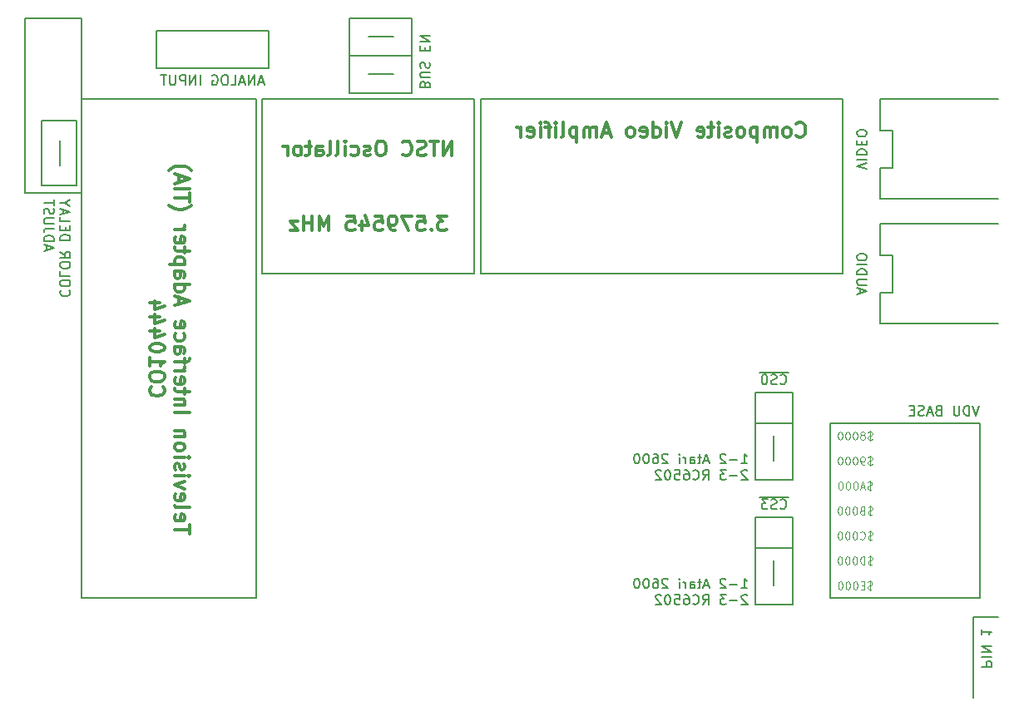
<source format=gbo>
G04 #@! TF.FileFunction,Legend,Bot*
%FSLAX46Y46*%
G04 Gerber Fmt 4.6, Leading zero omitted, Abs format (unit mm)*
G04 Created by KiCad (PCBNEW 4.0.7) date 02/13/19 20:33:04*
%MOMM*%
%LPD*%
G01*
G04 APERTURE LIST*
%ADD10C,0.100000*%
%ADD11C,0.150000*%
%ADD12C,0.200000*%
%ADD13C,0.300000*%
G04 APERTURE END LIST*
D10*
D11*
X150042619Y-140945952D02*
X151042619Y-140945952D01*
X151042619Y-140564999D01*
X150995000Y-140469761D01*
X150947381Y-140422142D01*
X150852143Y-140374523D01*
X150709286Y-140374523D01*
X150614048Y-140422142D01*
X150566429Y-140469761D01*
X150518810Y-140564999D01*
X150518810Y-140945952D01*
X150042619Y-139945952D02*
X151042619Y-139945952D01*
X150042619Y-139469762D02*
X151042619Y-139469762D01*
X150042619Y-138898333D01*
X151042619Y-138898333D01*
X150042619Y-137136428D02*
X150042619Y-137707857D01*
X150042619Y-137422143D02*
X151042619Y-137422143D01*
X150899762Y-137517381D01*
X150804524Y-137612619D01*
X150756905Y-137707857D01*
D12*
X149225000Y-135890000D02*
X151765000Y-135890000D01*
X149225000Y-144145000D02*
X149225000Y-135890000D01*
D13*
X95594284Y-95063571D02*
X94665713Y-95063571D01*
X95165713Y-95635000D01*
X94951427Y-95635000D01*
X94808570Y-95706429D01*
X94737141Y-95777857D01*
X94665713Y-95920714D01*
X94665713Y-96277857D01*
X94737141Y-96420714D01*
X94808570Y-96492143D01*
X94951427Y-96563571D01*
X95379999Y-96563571D01*
X95522856Y-96492143D01*
X95594284Y-96420714D01*
X94022856Y-96420714D02*
X93951428Y-96492143D01*
X94022856Y-96563571D01*
X94094285Y-96492143D01*
X94022856Y-96420714D01*
X94022856Y-96563571D01*
X92594284Y-95063571D02*
X93308570Y-95063571D01*
X93379999Y-95777857D01*
X93308570Y-95706429D01*
X93165713Y-95635000D01*
X92808570Y-95635000D01*
X92665713Y-95706429D01*
X92594284Y-95777857D01*
X92522856Y-95920714D01*
X92522856Y-96277857D01*
X92594284Y-96420714D01*
X92665713Y-96492143D01*
X92808570Y-96563571D01*
X93165713Y-96563571D01*
X93308570Y-96492143D01*
X93379999Y-96420714D01*
X92022856Y-95063571D02*
X91022856Y-95063571D01*
X91665713Y-96563571D01*
X90380000Y-96563571D02*
X90094285Y-96563571D01*
X89951428Y-96492143D01*
X89880000Y-96420714D01*
X89737142Y-96206429D01*
X89665714Y-95920714D01*
X89665714Y-95349286D01*
X89737142Y-95206429D01*
X89808571Y-95135000D01*
X89951428Y-95063571D01*
X90237142Y-95063571D01*
X90380000Y-95135000D01*
X90451428Y-95206429D01*
X90522857Y-95349286D01*
X90522857Y-95706429D01*
X90451428Y-95849286D01*
X90380000Y-95920714D01*
X90237142Y-95992143D01*
X89951428Y-95992143D01*
X89808571Y-95920714D01*
X89737142Y-95849286D01*
X89665714Y-95706429D01*
X88308571Y-95063571D02*
X89022857Y-95063571D01*
X89094286Y-95777857D01*
X89022857Y-95706429D01*
X88880000Y-95635000D01*
X88522857Y-95635000D01*
X88380000Y-95706429D01*
X88308571Y-95777857D01*
X88237143Y-95920714D01*
X88237143Y-96277857D01*
X88308571Y-96420714D01*
X88380000Y-96492143D01*
X88522857Y-96563571D01*
X88880000Y-96563571D01*
X89022857Y-96492143D01*
X89094286Y-96420714D01*
X86951429Y-95563571D02*
X86951429Y-96563571D01*
X87308572Y-94992143D02*
X87665715Y-96063571D01*
X86737143Y-96063571D01*
X85451429Y-95063571D02*
X86165715Y-95063571D01*
X86237144Y-95777857D01*
X86165715Y-95706429D01*
X86022858Y-95635000D01*
X85665715Y-95635000D01*
X85522858Y-95706429D01*
X85451429Y-95777857D01*
X85380001Y-95920714D01*
X85380001Y-96277857D01*
X85451429Y-96420714D01*
X85522858Y-96492143D01*
X85665715Y-96563571D01*
X86022858Y-96563571D01*
X86165715Y-96492143D01*
X86237144Y-96420714D01*
X83594287Y-96563571D02*
X83594287Y-95063571D01*
X83094287Y-96135000D01*
X82594287Y-95063571D01*
X82594287Y-96563571D01*
X81880001Y-96563571D02*
X81880001Y-95063571D01*
X81880001Y-95777857D02*
X81022858Y-95777857D01*
X81022858Y-96563571D02*
X81022858Y-95063571D01*
X80451429Y-95563571D02*
X79665715Y-95563571D01*
X80451429Y-96563571D01*
X79665715Y-96563571D01*
X96094285Y-88943571D02*
X96094285Y-87443571D01*
X95237142Y-88943571D01*
X95237142Y-87443571D01*
X94737142Y-87443571D02*
X93879999Y-87443571D01*
X94308570Y-88943571D02*
X94308570Y-87443571D01*
X93451428Y-88872143D02*
X93237142Y-88943571D01*
X92879999Y-88943571D01*
X92737142Y-88872143D01*
X92665713Y-88800714D01*
X92594285Y-88657857D01*
X92594285Y-88515000D01*
X92665713Y-88372143D01*
X92737142Y-88300714D01*
X92879999Y-88229286D01*
X93165713Y-88157857D01*
X93308571Y-88086429D01*
X93379999Y-88015000D01*
X93451428Y-87872143D01*
X93451428Y-87729286D01*
X93379999Y-87586429D01*
X93308571Y-87515000D01*
X93165713Y-87443571D01*
X92808571Y-87443571D01*
X92594285Y-87515000D01*
X91094285Y-88800714D02*
X91165714Y-88872143D01*
X91380000Y-88943571D01*
X91522857Y-88943571D01*
X91737142Y-88872143D01*
X91880000Y-88729286D01*
X91951428Y-88586429D01*
X92022857Y-88300714D01*
X92022857Y-88086429D01*
X91951428Y-87800714D01*
X91880000Y-87657857D01*
X91737142Y-87515000D01*
X91522857Y-87443571D01*
X91380000Y-87443571D01*
X91165714Y-87515000D01*
X91094285Y-87586429D01*
X89022857Y-87443571D02*
X88737143Y-87443571D01*
X88594285Y-87515000D01*
X88451428Y-87657857D01*
X88380000Y-87943571D01*
X88380000Y-88443571D01*
X88451428Y-88729286D01*
X88594285Y-88872143D01*
X88737143Y-88943571D01*
X89022857Y-88943571D01*
X89165714Y-88872143D01*
X89308571Y-88729286D01*
X89380000Y-88443571D01*
X89380000Y-87943571D01*
X89308571Y-87657857D01*
X89165714Y-87515000D01*
X89022857Y-87443571D01*
X87808571Y-88872143D02*
X87665714Y-88943571D01*
X87379999Y-88943571D01*
X87237142Y-88872143D01*
X87165714Y-88729286D01*
X87165714Y-88657857D01*
X87237142Y-88515000D01*
X87379999Y-88443571D01*
X87594285Y-88443571D01*
X87737142Y-88372143D01*
X87808571Y-88229286D01*
X87808571Y-88157857D01*
X87737142Y-88015000D01*
X87594285Y-87943571D01*
X87379999Y-87943571D01*
X87237142Y-88015000D01*
X85879999Y-88872143D02*
X86022856Y-88943571D01*
X86308570Y-88943571D01*
X86451428Y-88872143D01*
X86522856Y-88800714D01*
X86594285Y-88657857D01*
X86594285Y-88229286D01*
X86522856Y-88086429D01*
X86451428Y-88015000D01*
X86308570Y-87943571D01*
X86022856Y-87943571D01*
X85879999Y-88015000D01*
X85237142Y-88943571D02*
X85237142Y-87943571D01*
X85237142Y-87443571D02*
X85308571Y-87515000D01*
X85237142Y-87586429D01*
X85165714Y-87515000D01*
X85237142Y-87443571D01*
X85237142Y-87586429D01*
X84308570Y-88943571D02*
X84451428Y-88872143D01*
X84522856Y-88729286D01*
X84522856Y-87443571D01*
X83522856Y-88943571D02*
X83665714Y-88872143D01*
X83737142Y-88729286D01*
X83737142Y-87443571D01*
X82308571Y-88943571D02*
X82308571Y-88157857D01*
X82380000Y-88015000D01*
X82522857Y-87943571D01*
X82808571Y-87943571D01*
X82951428Y-88015000D01*
X82308571Y-88872143D02*
X82451428Y-88943571D01*
X82808571Y-88943571D01*
X82951428Y-88872143D01*
X83022857Y-88729286D01*
X83022857Y-88586429D01*
X82951428Y-88443571D01*
X82808571Y-88372143D01*
X82451428Y-88372143D01*
X82308571Y-88300714D01*
X81808571Y-87943571D02*
X81237142Y-87943571D01*
X81594285Y-87443571D02*
X81594285Y-88729286D01*
X81522857Y-88872143D01*
X81379999Y-88943571D01*
X81237142Y-88943571D01*
X80522856Y-88943571D02*
X80665714Y-88872143D01*
X80737142Y-88800714D01*
X80808571Y-88657857D01*
X80808571Y-88229286D01*
X80737142Y-88086429D01*
X80665714Y-88015000D01*
X80522856Y-87943571D01*
X80308571Y-87943571D01*
X80165714Y-88015000D01*
X80094285Y-88086429D01*
X80022856Y-88229286D01*
X80022856Y-88657857D01*
X80094285Y-88800714D01*
X80165714Y-88872143D01*
X80308571Y-88943571D01*
X80522856Y-88943571D01*
X79379999Y-88943571D02*
X79379999Y-87943571D01*
X79379999Y-88229286D02*
X79308571Y-88086429D01*
X79237142Y-88015000D01*
X79094285Y-87943571D01*
X78951428Y-87943571D01*
D12*
X98425000Y-100965000D02*
X98425000Y-83185000D01*
X76835000Y-100965000D02*
X98425000Y-100965000D01*
X76835000Y-83185000D02*
X76835000Y-100965000D01*
X98425000Y-83185000D02*
X76835000Y-83185000D01*
X139700000Y-86360000D02*
X139700000Y-83185000D01*
X140970000Y-86360000D02*
X139700000Y-86360000D01*
X140970000Y-90170000D02*
X140970000Y-86360000D01*
X139700000Y-90170000D02*
X140970000Y-90170000D01*
X139700000Y-93345000D02*
X139700000Y-90170000D01*
X139700000Y-99060000D02*
X139700000Y-95885000D01*
X140970000Y-99060000D02*
X139700000Y-99060000D01*
X140970000Y-102870000D02*
X140970000Y-99060000D01*
X139700000Y-102870000D02*
X140970000Y-102870000D01*
X139700000Y-106045000D02*
X139700000Y-102870000D01*
X139700000Y-106045000D02*
X151765000Y-106045000D01*
X139700000Y-95885000D02*
X151765000Y-95885000D01*
X139700000Y-93345000D02*
X151765000Y-93345000D01*
X139700000Y-83185000D02*
X151765000Y-83185000D01*
D13*
X131189285Y-86895714D02*
X131260714Y-86967143D01*
X131475000Y-87038571D01*
X131617857Y-87038571D01*
X131832142Y-86967143D01*
X131975000Y-86824286D01*
X132046428Y-86681429D01*
X132117857Y-86395714D01*
X132117857Y-86181429D01*
X132046428Y-85895714D01*
X131975000Y-85752857D01*
X131832142Y-85610000D01*
X131617857Y-85538571D01*
X131475000Y-85538571D01*
X131260714Y-85610000D01*
X131189285Y-85681429D01*
X130332142Y-87038571D02*
X130475000Y-86967143D01*
X130546428Y-86895714D01*
X130617857Y-86752857D01*
X130617857Y-86324286D01*
X130546428Y-86181429D01*
X130475000Y-86110000D01*
X130332142Y-86038571D01*
X130117857Y-86038571D01*
X129975000Y-86110000D01*
X129903571Y-86181429D01*
X129832142Y-86324286D01*
X129832142Y-86752857D01*
X129903571Y-86895714D01*
X129975000Y-86967143D01*
X130117857Y-87038571D01*
X130332142Y-87038571D01*
X129189285Y-87038571D02*
X129189285Y-86038571D01*
X129189285Y-86181429D02*
X129117857Y-86110000D01*
X128974999Y-86038571D01*
X128760714Y-86038571D01*
X128617857Y-86110000D01*
X128546428Y-86252857D01*
X128546428Y-87038571D01*
X128546428Y-86252857D02*
X128474999Y-86110000D01*
X128332142Y-86038571D01*
X128117857Y-86038571D01*
X127974999Y-86110000D01*
X127903571Y-86252857D01*
X127903571Y-87038571D01*
X127189285Y-86038571D02*
X127189285Y-87538571D01*
X127189285Y-86110000D02*
X127046428Y-86038571D01*
X126760714Y-86038571D01*
X126617857Y-86110000D01*
X126546428Y-86181429D01*
X126474999Y-86324286D01*
X126474999Y-86752857D01*
X126546428Y-86895714D01*
X126617857Y-86967143D01*
X126760714Y-87038571D01*
X127046428Y-87038571D01*
X127189285Y-86967143D01*
X125617856Y-87038571D02*
X125760714Y-86967143D01*
X125832142Y-86895714D01*
X125903571Y-86752857D01*
X125903571Y-86324286D01*
X125832142Y-86181429D01*
X125760714Y-86110000D01*
X125617856Y-86038571D01*
X125403571Y-86038571D01*
X125260714Y-86110000D01*
X125189285Y-86181429D01*
X125117856Y-86324286D01*
X125117856Y-86752857D01*
X125189285Y-86895714D01*
X125260714Y-86967143D01*
X125403571Y-87038571D01*
X125617856Y-87038571D01*
X124546428Y-86967143D02*
X124403571Y-87038571D01*
X124117856Y-87038571D01*
X123974999Y-86967143D01*
X123903571Y-86824286D01*
X123903571Y-86752857D01*
X123974999Y-86610000D01*
X124117856Y-86538571D01*
X124332142Y-86538571D01*
X124474999Y-86467143D01*
X124546428Y-86324286D01*
X124546428Y-86252857D01*
X124474999Y-86110000D01*
X124332142Y-86038571D01*
X124117856Y-86038571D01*
X123974999Y-86110000D01*
X123260713Y-87038571D02*
X123260713Y-86038571D01*
X123260713Y-85538571D02*
X123332142Y-85610000D01*
X123260713Y-85681429D01*
X123189285Y-85610000D01*
X123260713Y-85538571D01*
X123260713Y-85681429D01*
X122760713Y-86038571D02*
X122189284Y-86038571D01*
X122546427Y-85538571D02*
X122546427Y-86824286D01*
X122474999Y-86967143D01*
X122332141Y-87038571D01*
X122189284Y-87038571D01*
X121117856Y-86967143D02*
X121260713Y-87038571D01*
X121546427Y-87038571D01*
X121689284Y-86967143D01*
X121760713Y-86824286D01*
X121760713Y-86252857D01*
X121689284Y-86110000D01*
X121546427Y-86038571D01*
X121260713Y-86038571D01*
X121117856Y-86110000D01*
X121046427Y-86252857D01*
X121046427Y-86395714D01*
X121760713Y-86538571D01*
X119474999Y-85538571D02*
X118974999Y-87038571D01*
X118474999Y-85538571D01*
X117974999Y-87038571D02*
X117974999Y-86038571D01*
X117974999Y-85538571D02*
X118046428Y-85610000D01*
X117974999Y-85681429D01*
X117903571Y-85610000D01*
X117974999Y-85538571D01*
X117974999Y-85681429D01*
X116617856Y-87038571D02*
X116617856Y-85538571D01*
X116617856Y-86967143D02*
X116760713Y-87038571D01*
X117046427Y-87038571D01*
X117189285Y-86967143D01*
X117260713Y-86895714D01*
X117332142Y-86752857D01*
X117332142Y-86324286D01*
X117260713Y-86181429D01*
X117189285Y-86110000D01*
X117046427Y-86038571D01*
X116760713Y-86038571D01*
X116617856Y-86110000D01*
X115332142Y-86967143D02*
X115474999Y-87038571D01*
X115760713Y-87038571D01*
X115903570Y-86967143D01*
X115974999Y-86824286D01*
X115974999Y-86252857D01*
X115903570Y-86110000D01*
X115760713Y-86038571D01*
X115474999Y-86038571D01*
X115332142Y-86110000D01*
X115260713Y-86252857D01*
X115260713Y-86395714D01*
X115974999Y-86538571D01*
X114403570Y-87038571D02*
X114546428Y-86967143D01*
X114617856Y-86895714D01*
X114689285Y-86752857D01*
X114689285Y-86324286D01*
X114617856Y-86181429D01*
X114546428Y-86110000D01*
X114403570Y-86038571D01*
X114189285Y-86038571D01*
X114046428Y-86110000D01*
X113974999Y-86181429D01*
X113903570Y-86324286D01*
X113903570Y-86752857D01*
X113974999Y-86895714D01*
X114046428Y-86967143D01*
X114189285Y-87038571D01*
X114403570Y-87038571D01*
X112189285Y-86610000D02*
X111474999Y-86610000D01*
X112332142Y-87038571D02*
X111832142Y-85538571D01*
X111332142Y-87038571D01*
X110832142Y-87038571D02*
X110832142Y-86038571D01*
X110832142Y-86181429D02*
X110760714Y-86110000D01*
X110617856Y-86038571D01*
X110403571Y-86038571D01*
X110260714Y-86110000D01*
X110189285Y-86252857D01*
X110189285Y-87038571D01*
X110189285Y-86252857D02*
X110117856Y-86110000D01*
X109974999Y-86038571D01*
X109760714Y-86038571D01*
X109617856Y-86110000D01*
X109546428Y-86252857D01*
X109546428Y-87038571D01*
X108832142Y-86038571D02*
X108832142Y-87538571D01*
X108832142Y-86110000D02*
X108689285Y-86038571D01*
X108403571Y-86038571D01*
X108260714Y-86110000D01*
X108189285Y-86181429D01*
X108117856Y-86324286D01*
X108117856Y-86752857D01*
X108189285Y-86895714D01*
X108260714Y-86967143D01*
X108403571Y-87038571D01*
X108689285Y-87038571D01*
X108832142Y-86967143D01*
X107260713Y-87038571D02*
X107403571Y-86967143D01*
X107474999Y-86824286D01*
X107474999Y-85538571D01*
X106689285Y-87038571D02*
X106689285Y-86038571D01*
X106689285Y-85538571D02*
X106760714Y-85610000D01*
X106689285Y-85681429D01*
X106617857Y-85610000D01*
X106689285Y-85538571D01*
X106689285Y-85681429D01*
X106189285Y-86038571D02*
X105617856Y-86038571D01*
X105974999Y-87038571D02*
X105974999Y-85752857D01*
X105903571Y-85610000D01*
X105760713Y-85538571D01*
X105617856Y-85538571D01*
X105117856Y-87038571D02*
X105117856Y-86038571D01*
X105117856Y-85538571D02*
X105189285Y-85610000D01*
X105117856Y-85681429D01*
X105046428Y-85610000D01*
X105117856Y-85538571D01*
X105117856Y-85681429D01*
X103832142Y-86967143D02*
X103974999Y-87038571D01*
X104260713Y-87038571D01*
X104403570Y-86967143D01*
X104474999Y-86824286D01*
X104474999Y-86252857D01*
X104403570Y-86110000D01*
X104260713Y-86038571D01*
X103974999Y-86038571D01*
X103832142Y-86110000D01*
X103760713Y-86252857D01*
X103760713Y-86395714D01*
X104474999Y-86538571D01*
X103117856Y-87038571D02*
X103117856Y-86038571D01*
X103117856Y-86324286D02*
X103046428Y-86181429D01*
X102974999Y-86110000D01*
X102832142Y-86038571D01*
X102689285Y-86038571D01*
D12*
X99060000Y-100965000D02*
X135890000Y-100965000D01*
X99060000Y-83185000D02*
X99060000Y-100965000D01*
X135890000Y-83185000D02*
X99060000Y-83185000D01*
X135890000Y-100965000D02*
X135890000Y-83185000D01*
D11*
X138342619Y-90312619D02*
X137342619Y-89979286D01*
X138342619Y-89645952D01*
X137342619Y-89312619D02*
X138342619Y-89312619D01*
X137342619Y-88836429D02*
X138342619Y-88836429D01*
X138342619Y-88598334D01*
X138295000Y-88455476D01*
X138199762Y-88360238D01*
X138104524Y-88312619D01*
X137914048Y-88265000D01*
X137771190Y-88265000D01*
X137580714Y-88312619D01*
X137485476Y-88360238D01*
X137390238Y-88455476D01*
X137342619Y-88598334D01*
X137342619Y-88836429D01*
X137866429Y-87836429D02*
X137866429Y-87503095D01*
X137342619Y-87360238D02*
X137342619Y-87836429D01*
X138342619Y-87836429D01*
X138342619Y-87360238D01*
X138342619Y-86741191D02*
X138342619Y-86550714D01*
X138295000Y-86455476D01*
X138199762Y-86360238D01*
X138009286Y-86312619D01*
X137675952Y-86312619D01*
X137485476Y-86360238D01*
X137390238Y-86455476D01*
X137342619Y-86550714D01*
X137342619Y-86741191D01*
X137390238Y-86836429D01*
X137485476Y-86931667D01*
X137675952Y-86979286D01*
X138009286Y-86979286D01*
X138199762Y-86931667D01*
X138295000Y-86836429D01*
X138342619Y-86741191D01*
X137628333Y-102988809D02*
X137628333Y-102512618D01*
X137342619Y-103084047D02*
X138342619Y-102750714D01*
X137342619Y-102417380D01*
X138342619Y-102084047D02*
X137533095Y-102084047D01*
X137437857Y-102036428D01*
X137390238Y-101988809D01*
X137342619Y-101893571D01*
X137342619Y-101703094D01*
X137390238Y-101607856D01*
X137437857Y-101560237D01*
X137533095Y-101512618D01*
X138342619Y-101512618D01*
X137342619Y-101036428D02*
X138342619Y-101036428D01*
X138342619Y-100798333D01*
X138295000Y-100655475D01*
X138199762Y-100560237D01*
X138104524Y-100512618D01*
X137914048Y-100464999D01*
X137771190Y-100464999D01*
X137580714Y-100512618D01*
X137485476Y-100560237D01*
X137390238Y-100655475D01*
X137342619Y-100798333D01*
X137342619Y-101036428D01*
X137342619Y-100036428D02*
X138342619Y-100036428D01*
X138342619Y-99369762D02*
X138342619Y-99179285D01*
X138295000Y-99084047D01*
X138199762Y-98988809D01*
X138009286Y-98941190D01*
X137675952Y-98941190D01*
X137485476Y-98988809D01*
X137390238Y-99084047D01*
X137342619Y-99179285D01*
X137342619Y-99369762D01*
X137390238Y-99465000D01*
X137485476Y-99560238D01*
X137675952Y-99607857D01*
X138009286Y-99607857D01*
X138199762Y-99560238D01*
X138295000Y-99465000D01*
X138342619Y-99369762D01*
D13*
X69406429Y-127406428D02*
X69406429Y-126549285D01*
X67906429Y-126977856D02*
X69406429Y-126977856D01*
X67977857Y-125477857D02*
X67906429Y-125620714D01*
X67906429Y-125906428D01*
X67977857Y-126049285D01*
X68120714Y-126120714D01*
X68692143Y-126120714D01*
X68835000Y-126049285D01*
X68906429Y-125906428D01*
X68906429Y-125620714D01*
X68835000Y-125477857D01*
X68692143Y-125406428D01*
X68549286Y-125406428D01*
X68406429Y-126120714D01*
X67906429Y-124549285D02*
X67977857Y-124692143D01*
X68120714Y-124763571D01*
X69406429Y-124763571D01*
X67977857Y-123406429D02*
X67906429Y-123549286D01*
X67906429Y-123835000D01*
X67977857Y-123977857D01*
X68120714Y-124049286D01*
X68692143Y-124049286D01*
X68835000Y-123977857D01*
X68906429Y-123835000D01*
X68906429Y-123549286D01*
X68835000Y-123406429D01*
X68692143Y-123335000D01*
X68549286Y-123335000D01*
X68406429Y-124049286D01*
X68906429Y-122835000D02*
X67906429Y-122477857D01*
X68906429Y-122120715D01*
X67906429Y-121549286D02*
X68906429Y-121549286D01*
X69406429Y-121549286D02*
X69335000Y-121620715D01*
X69263571Y-121549286D01*
X69335000Y-121477858D01*
X69406429Y-121549286D01*
X69263571Y-121549286D01*
X67977857Y-120906429D02*
X67906429Y-120763572D01*
X67906429Y-120477857D01*
X67977857Y-120335000D01*
X68120714Y-120263572D01*
X68192143Y-120263572D01*
X68335000Y-120335000D01*
X68406429Y-120477857D01*
X68406429Y-120692143D01*
X68477857Y-120835000D01*
X68620714Y-120906429D01*
X68692143Y-120906429D01*
X68835000Y-120835000D01*
X68906429Y-120692143D01*
X68906429Y-120477857D01*
X68835000Y-120335000D01*
X67906429Y-119620714D02*
X68906429Y-119620714D01*
X69406429Y-119620714D02*
X69335000Y-119692143D01*
X69263571Y-119620714D01*
X69335000Y-119549286D01*
X69406429Y-119620714D01*
X69263571Y-119620714D01*
X67906429Y-118692142D02*
X67977857Y-118835000D01*
X68049286Y-118906428D01*
X68192143Y-118977857D01*
X68620714Y-118977857D01*
X68763571Y-118906428D01*
X68835000Y-118835000D01*
X68906429Y-118692142D01*
X68906429Y-118477857D01*
X68835000Y-118335000D01*
X68763571Y-118263571D01*
X68620714Y-118192142D01*
X68192143Y-118192142D01*
X68049286Y-118263571D01*
X67977857Y-118335000D01*
X67906429Y-118477857D01*
X67906429Y-118692142D01*
X68906429Y-117549285D02*
X67906429Y-117549285D01*
X68763571Y-117549285D02*
X68835000Y-117477857D01*
X68906429Y-117334999D01*
X68906429Y-117120714D01*
X68835000Y-116977857D01*
X68692143Y-116906428D01*
X67906429Y-116906428D01*
X67906429Y-115049285D02*
X69406429Y-115049285D01*
X68906429Y-114334999D02*
X67906429Y-114334999D01*
X68763571Y-114334999D02*
X68835000Y-114263571D01*
X68906429Y-114120713D01*
X68906429Y-113906428D01*
X68835000Y-113763571D01*
X68692143Y-113692142D01*
X67906429Y-113692142D01*
X68906429Y-113192142D02*
X68906429Y-112620713D01*
X69406429Y-112977856D02*
X68120714Y-112977856D01*
X67977857Y-112906428D01*
X67906429Y-112763570D01*
X67906429Y-112620713D01*
X67977857Y-111549285D02*
X67906429Y-111692142D01*
X67906429Y-111977856D01*
X67977857Y-112120713D01*
X68120714Y-112192142D01*
X68692143Y-112192142D01*
X68835000Y-112120713D01*
X68906429Y-111977856D01*
X68906429Y-111692142D01*
X68835000Y-111549285D01*
X68692143Y-111477856D01*
X68549286Y-111477856D01*
X68406429Y-112192142D01*
X67906429Y-110834999D02*
X68906429Y-110834999D01*
X68620714Y-110834999D02*
X68763571Y-110763571D01*
X68835000Y-110692142D01*
X68906429Y-110549285D01*
X68906429Y-110406428D01*
X68906429Y-110120714D02*
X68906429Y-109549285D01*
X67906429Y-109906428D02*
X69192143Y-109906428D01*
X69335000Y-109835000D01*
X69406429Y-109692142D01*
X69406429Y-109549285D01*
X67906429Y-108406428D02*
X68692143Y-108406428D01*
X68835000Y-108477857D01*
X68906429Y-108620714D01*
X68906429Y-108906428D01*
X68835000Y-109049285D01*
X67977857Y-108406428D02*
X67906429Y-108549285D01*
X67906429Y-108906428D01*
X67977857Y-109049285D01*
X68120714Y-109120714D01*
X68263571Y-109120714D01*
X68406429Y-109049285D01*
X68477857Y-108906428D01*
X68477857Y-108549285D01*
X68549286Y-108406428D01*
X67977857Y-107049285D02*
X67906429Y-107192142D01*
X67906429Y-107477856D01*
X67977857Y-107620714D01*
X68049286Y-107692142D01*
X68192143Y-107763571D01*
X68620714Y-107763571D01*
X68763571Y-107692142D01*
X68835000Y-107620714D01*
X68906429Y-107477856D01*
X68906429Y-107192142D01*
X68835000Y-107049285D01*
X67977857Y-105835000D02*
X67906429Y-105977857D01*
X67906429Y-106263571D01*
X67977857Y-106406428D01*
X68120714Y-106477857D01*
X68692143Y-106477857D01*
X68835000Y-106406428D01*
X68906429Y-106263571D01*
X68906429Y-105977857D01*
X68835000Y-105835000D01*
X68692143Y-105763571D01*
X68549286Y-105763571D01*
X68406429Y-106477857D01*
X68335000Y-104049286D02*
X68335000Y-103335000D01*
X67906429Y-104192143D02*
X69406429Y-103692143D01*
X67906429Y-103192143D01*
X67906429Y-102049286D02*
X69406429Y-102049286D01*
X67977857Y-102049286D02*
X67906429Y-102192143D01*
X67906429Y-102477857D01*
X67977857Y-102620715D01*
X68049286Y-102692143D01*
X68192143Y-102763572D01*
X68620714Y-102763572D01*
X68763571Y-102692143D01*
X68835000Y-102620715D01*
X68906429Y-102477857D01*
X68906429Y-102192143D01*
X68835000Y-102049286D01*
X67906429Y-100692143D02*
X68692143Y-100692143D01*
X68835000Y-100763572D01*
X68906429Y-100906429D01*
X68906429Y-101192143D01*
X68835000Y-101335000D01*
X67977857Y-100692143D02*
X67906429Y-100835000D01*
X67906429Y-101192143D01*
X67977857Y-101335000D01*
X68120714Y-101406429D01*
X68263571Y-101406429D01*
X68406429Y-101335000D01*
X68477857Y-101192143D01*
X68477857Y-100835000D01*
X68549286Y-100692143D01*
X68906429Y-99977857D02*
X67406429Y-99977857D01*
X68835000Y-99977857D02*
X68906429Y-99835000D01*
X68906429Y-99549286D01*
X68835000Y-99406429D01*
X68763571Y-99335000D01*
X68620714Y-99263571D01*
X68192143Y-99263571D01*
X68049286Y-99335000D01*
X67977857Y-99406429D01*
X67906429Y-99549286D01*
X67906429Y-99835000D01*
X67977857Y-99977857D01*
X68906429Y-98835000D02*
X68906429Y-98263571D01*
X69406429Y-98620714D02*
X68120714Y-98620714D01*
X67977857Y-98549286D01*
X67906429Y-98406428D01*
X67906429Y-98263571D01*
X67977857Y-97192143D02*
X67906429Y-97335000D01*
X67906429Y-97620714D01*
X67977857Y-97763571D01*
X68120714Y-97835000D01*
X68692143Y-97835000D01*
X68835000Y-97763571D01*
X68906429Y-97620714D01*
X68906429Y-97335000D01*
X68835000Y-97192143D01*
X68692143Y-97120714D01*
X68549286Y-97120714D01*
X68406429Y-97835000D01*
X67906429Y-96477857D02*
X68906429Y-96477857D01*
X68620714Y-96477857D02*
X68763571Y-96406429D01*
X68835000Y-96335000D01*
X68906429Y-96192143D01*
X68906429Y-96049286D01*
X67335000Y-93977858D02*
X67406429Y-94049286D01*
X67620714Y-94192143D01*
X67763571Y-94263572D01*
X67977857Y-94335001D01*
X68335000Y-94406429D01*
X68620714Y-94406429D01*
X68977857Y-94335001D01*
X69192143Y-94263572D01*
X69335000Y-94192143D01*
X69549286Y-94049286D01*
X69620714Y-93977858D01*
X69406429Y-93620715D02*
X69406429Y-92763572D01*
X67906429Y-93192143D02*
X69406429Y-93192143D01*
X67906429Y-92263572D02*
X69406429Y-92263572D01*
X68335000Y-91620715D02*
X68335000Y-90906429D01*
X67906429Y-91763572D02*
X69406429Y-91263572D01*
X67906429Y-90763572D01*
X67335000Y-90406429D02*
X67406429Y-90335001D01*
X67620714Y-90192144D01*
X67763571Y-90120715D01*
X67977857Y-90049286D01*
X68335000Y-89977858D01*
X68620714Y-89977858D01*
X68977857Y-90049286D01*
X69192143Y-90120715D01*
X69335000Y-90192144D01*
X69549286Y-90335001D01*
X69620714Y-90406429D01*
X65499286Y-112477856D02*
X65427857Y-112549285D01*
X65356429Y-112763571D01*
X65356429Y-112906428D01*
X65427857Y-113120713D01*
X65570714Y-113263571D01*
X65713571Y-113334999D01*
X65999286Y-113406428D01*
X66213571Y-113406428D01*
X66499286Y-113334999D01*
X66642143Y-113263571D01*
X66785000Y-113120713D01*
X66856429Y-112906428D01*
X66856429Y-112763571D01*
X66785000Y-112549285D01*
X66713571Y-112477856D01*
X66856429Y-111549285D02*
X66856429Y-111263571D01*
X66785000Y-111120713D01*
X66642143Y-110977856D01*
X66356429Y-110906428D01*
X65856429Y-110906428D01*
X65570714Y-110977856D01*
X65427857Y-111120713D01*
X65356429Y-111263571D01*
X65356429Y-111549285D01*
X65427857Y-111692142D01*
X65570714Y-111834999D01*
X65856429Y-111906428D01*
X66356429Y-111906428D01*
X66642143Y-111834999D01*
X66785000Y-111692142D01*
X66856429Y-111549285D01*
X65356429Y-109477856D02*
X65356429Y-110334999D01*
X65356429Y-109906427D02*
X66856429Y-109906427D01*
X66642143Y-110049284D01*
X66499286Y-110192142D01*
X66427857Y-110334999D01*
X66856429Y-108549285D02*
X66856429Y-108406428D01*
X66785000Y-108263571D01*
X66713571Y-108192142D01*
X66570714Y-108120713D01*
X66285000Y-108049285D01*
X65927857Y-108049285D01*
X65642143Y-108120713D01*
X65499286Y-108192142D01*
X65427857Y-108263571D01*
X65356429Y-108406428D01*
X65356429Y-108549285D01*
X65427857Y-108692142D01*
X65499286Y-108763571D01*
X65642143Y-108834999D01*
X65927857Y-108906428D01*
X66285000Y-108906428D01*
X66570714Y-108834999D01*
X66713571Y-108763571D01*
X66785000Y-108692142D01*
X66856429Y-108549285D01*
X66356429Y-106763571D02*
X65356429Y-106763571D01*
X66927857Y-107120714D02*
X65856429Y-107477857D01*
X65856429Y-106549285D01*
X66356429Y-105335000D02*
X65356429Y-105335000D01*
X66927857Y-105692143D02*
X65856429Y-106049286D01*
X65856429Y-105120714D01*
X66356429Y-103906429D02*
X65356429Y-103906429D01*
X66927857Y-104263572D02*
X65856429Y-104620715D01*
X65856429Y-103692143D01*
D12*
X76200000Y-83185000D02*
X58420000Y-83185000D01*
X76200000Y-133985000D02*
X76200000Y-83185000D01*
X58420000Y-133985000D02*
X76200000Y-133985000D01*
X58420000Y-83185000D02*
X58420000Y-133985000D01*
D11*
X93416429Y-81660714D02*
X93368810Y-81517857D01*
X93321190Y-81470238D01*
X93225952Y-81422619D01*
X93083095Y-81422619D01*
X92987857Y-81470238D01*
X92940238Y-81517857D01*
X92892619Y-81613095D01*
X92892619Y-81994048D01*
X93892619Y-81994048D01*
X93892619Y-81660714D01*
X93845000Y-81565476D01*
X93797381Y-81517857D01*
X93702143Y-81470238D01*
X93606905Y-81470238D01*
X93511667Y-81517857D01*
X93464048Y-81565476D01*
X93416429Y-81660714D01*
X93416429Y-81994048D01*
X93892619Y-80994048D02*
X93083095Y-80994048D01*
X92987857Y-80946429D01*
X92940238Y-80898810D01*
X92892619Y-80803572D01*
X92892619Y-80613095D01*
X92940238Y-80517857D01*
X92987857Y-80470238D01*
X93083095Y-80422619D01*
X93892619Y-80422619D01*
X92940238Y-79994048D02*
X92892619Y-79851191D01*
X92892619Y-79613095D01*
X92940238Y-79517857D01*
X92987857Y-79470238D01*
X93083095Y-79422619D01*
X93178333Y-79422619D01*
X93273571Y-79470238D01*
X93321190Y-79517857D01*
X93368810Y-79613095D01*
X93416429Y-79803572D01*
X93464048Y-79898810D01*
X93511667Y-79946429D01*
X93606905Y-79994048D01*
X93702143Y-79994048D01*
X93797381Y-79946429D01*
X93845000Y-79898810D01*
X93892619Y-79803572D01*
X93892619Y-79565476D01*
X93845000Y-79422619D01*
X93416429Y-78232143D02*
X93416429Y-77898809D01*
X92892619Y-77755952D02*
X92892619Y-78232143D01*
X93892619Y-78232143D01*
X93892619Y-77755952D01*
X92892619Y-77327381D02*
X93892619Y-77327381D01*
X92892619Y-76755952D01*
X93892619Y-76755952D01*
D12*
X87630000Y-80645000D02*
X90170000Y-80645000D01*
X87630000Y-76835000D02*
X90170000Y-76835000D01*
X92075000Y-82550000D02*
X92075000Y-78740000D01*
X85725000Y-82550000D02*
X92075000Y-82550000D01*
X85725000Y-78740000D02*
X85725000Y-82550000D01*
X85725000Y-78740000D02*
X85725000Y-74930000D01*
X92075000Y-78740000D02*
X85725000Y-78740000D01*
X92075000Y-74930000D02*
X92075000Y-78740000D01*
X85725000Y-74930000D02*
X92075000Y-74930000D01*
D11*
X56347857Y-102630715D02*
X56300238Y-102678334D01*
X56252619Y-102821191D01*
X56252619Y-102916429D01*
X56300238Y-103059287D01*
X56395476Y-103154525D01*
X56490714Y-103202144D01*
X56681190Y-103249763D01*
X56824048Y-103249763D01*
X57014524Y-103202144D01*
X57109762Y-103154525D01*
X57205000Y-103059287D01*
X57252619Y-102916429D01*
X57252619Y-102821191D01*
X57205000Y-102678334D01*
X57157381Y-102630715D01*
X57252619Y-102011668D02*
X57252619Y-101821191D01*
X57205000Y-101725953D01*
X57109762Y-101630715D01*
X56919286Y-101583096D01*
X56585952Y-101583096D01*
X56395476Y-101630715D01*
X56300238Y-101725953D01*
X56252619Y-101821191D01*
X56252619Y-102011668D01*
X56300238Y-102106906D01*
X56395476Y-102202144D01*
X56585952Y-102249763D01*
X56919286Y-102249763D01*
X57109762Y-102202144D01*
X57205000Y-102106906D01*
X57252619Y-102011668D01*
X56252619Y-100678334D02*
X56252619Y-101154525D01*
X57252619Y-101154525D01*
X57252619Y-100154525D02*
X57252619Y-99964048D01*
X57205000Y-99868810D01*
X57109762Y-99773572D01*
X56919286Y-99725953D01*
X56585952Y-99725953D01*
X56395476Y-99773572D01*
X56300238Y-99868810D01*
X56252619Y-99964048D01*
X56252619Y-100154525D01*
X56300238Y-100249763D01*
X56395476Y-100345001D01*
X56585952Y-100392620D01*
X56919286Y-100392620D01*
X57109762Y-100345001D01*
X57205000Y-100249763D01*
X57252619Y-100154525D01*
X56252619Y-98725953D02*
X56728810Y-99059287D01*
X56252619Y-99297382D02*
X57252619Y-99297382D01*
X57252619Y-98916429D01*
X57205000Y-98821191D01*
X57157381Y-98773572D01*
X57062143Y-98725953D01*
X56919286Y-98725953D01*
X56824048Y-98773572D01*
X56776429Y-98821191D01*
X56728810Y-98916429D01*
X56728810Y-99297382D01*
X56252619Y-97535477D02*
X57252619Y-97535477D01*
X57252619Y-97297382D01*
X57205000Y-97154524D01*
X57109762Y-97059286D01*
X57014524Y-97011667D01*
X56824048Y-96964048D01*
X56681190Y-96964048D01*
X56490714Y-97011667D01*
X56395476Y-97059286D01*
X56300238Y-97154524D01*
X56252619Y-97297382D01*
X56252619Y-97535477D01*
X56776429Y-96535477D02*
X56776429Y-96202143D01*
X56252619Y-96059286D02*
X56252619Y-96535477D01*
X57252619Y-96535477D01*
X57252619Y-96059286D01*
X56252619Y-95154524D02*
X56252619Y-95630715D01*
X57252619Y-95630715D01*
X56538333Y-94868810D02*
X56538333Y-94392619D01*
X56252619Y-94964048D02*
X57252619Y-94630715D01*
X56252619Y-94297381D01*
X56728810Y-93773572D02*
X56252619Y-93773572D01*
X57252619Y-94106905D02*
X56728810Y-93773572D01*
X57252619Y-93440238D01*
X54888333Y-98535477D02*
X54888333Y-98059286D01*
X54602619Y-98630715D02*
X55602619Y-98297382D01*
X54602619Y-97964048D01*
X54602619Y-97630715D02*
X55602619Y-97630715D01*
X55602619Y-97392620D01*
X55555000Y-97249762D01*
X55459762Y-97154524D01*
X55364524Y-97106905D01*
X55174048Y-97059286D01*
X55031190Y-97059286D01*
X54840714Y-97106905D01*
X54745476Y-97154524D01*
X54650238Y-97249762D01*
X54602619Y-97392620D01*
X54602619Y-97630715D01*
X55602619Y-96345000D02*
X54888333Y-96345000D01*
X54745476Y-96392620D01*
X54650238Y-96487858D01*
X54602619Y-96630715D01*
X54602619Y-96725953D01*
X55602619Y-95868810D02*
X54793095Y-95868810D01*
X54697857Y-95821191D01*
X54650238Y-95773572D01*
X54602619Y-95678334D01*
X54602619Y-95487857D01*
X54650238Y-95392619D01*
X54697857Y-95345000D01*
X54793095Y-95297381D01*
X55602619Y-95297381D01*
X54650238Y-94868810D02*
X54602619Y-94725953D01*
X54602619Y-94487857D01*
X54650238Y-94392619D01*
X54697857Y-94345000D01*
X54793095Y-94297381D01*
X54888333Y-94297381D01*
X54983571Y-94345000D01*
X55031190Y-94392619D01*
X55078810Y-94487857D01*
X55126429Y-94678334D01*
X55174048Y-94773572D01*
X55221667Y-94821191D01*
X55316905Y-94868810D01*
X55412143Y-94868810D01*
X55507381Y-94821191D01*
X55555000Y-94773572D01*
X55602619Y-94678334D01*
X55602619Y-94440238D01*
X55555000Y-94297381D01*
X55602619Y-94011667D02*
X55602619Y-93440238D01*
X54602619Y-93725953D02*
X55602619Y-93725953D01*
D12*
X58420000Y-74930000D02*
X58420000Y-92710000D01*
X52705000Y-74930000D02*
X58420000Y-74930000D01*
X52705000Y-92710000D02*
X52705000Y-74930000D01*
X58420000Y-92710000D02*
X52705000Y-92710000D01*
D11*
X76921667Y-81446667D02*
X76445476Y-81446667D01*
X77016905Y-81732381D02*
X76683572Y-80732381D01*
X76350238Y-81732381D01*
X76016905Y-81732381D02*
X76016905Y-80732381D01*
X75445476Y-81732381D01*
X75445476Y-80732381D01*
X75016905Y-81446667D02*
X74540714Y-81446667D01*
X75112143Y-81732381D02*
X74778810Y-80732381D01*
X74445476Y-81732381D01*
X73635952Y-81732381D02*
X74112143Y-81732381D01*
X74112143Y-80732381D01*
X73112143Y-80732381D02*
X72921666Y-80732381D01*
X72826428Y-80780000D01*
X72731190Y-80875238D01*
X72683571Y-81065714D01*
X72683571Y-81399048D01*
X72731190Y-81589524D01*
X72826428Y-81684762D01*
X72921666Y-81732381D01*
X73112143Y-81732381D01*
X73207381Y-81684762D01*
X73302619Y-81589524D01*
X73350238Y-81399048D01*
X73350238Y-81065714D01*
X73302619Y-80875238D01*
X73207381Y-80780000D01*
X73112143Y-80732381D01*
X71731190Y-80780000D02*
X71826428Y-80732381D01*
X71969285Y-80732381D01*
X72112143Y-80780000D01*
X72207381Y-80875238D01*
X72255000Y-80970476D01*
X72302619Y-81160952D01*
X72302619Y-81303810D01*
X72255000Y-81494286D01*
X72207381Y-81589524D01*
X72112143Y-81684762D01*
X71969285Y-81732381D01*
X71874047Y-81732381D01*
X71731190Y-81684762D01*
X71683571Y-81637143D01*
X71683571Y-81303810D01*
X71874047Y-81303810D01*
X70493095Y-81732381D02*
X70493095Y-80732381D01*
X70016905Y-81732381D02*
X70016905Y-80732381D01*
X69445476Y-81732381D01*
X69445476Y-80732381D01*
X68969286Y-81732381D02*
X68969286Y-80732381D01*
X68588333Y-80732381D01*
X68493095Y-80780000D01*
X68445476Y-80827619D01*
X68397857Y-80922857D01*
X68397857Y-81065714D01*
X68445476Y-81160952D01*
X68493095Y-81208571D01*
X68588333Y-81256190D01*
X68969286Y-81256190D01*
X67969286Y-80732381D02*
X67969286Y-81541905D01*
X67921667Y-81637143D01*
X67874048Y-81684762D01*
X67778810Y-81732381D01*
X67588333Y-81732381D01*
X67493095Y-81684762D01*
X67445476Y-81637143D01*
X67397857Y-81541905D01*
X67397857Y-80732381D01*
X67064524Y-80732381D02*
X66493095Y-80732381D01*
X66778810Y-81732381D02*
X66778810Y-80732381D01*
D12*
X66040000Y-80010000D02*
X66040000Y-76200000D01*
X77470000Y-80010000D02*
X66040000Y-80010000D01*
X77470000Y-76200000D02*
X77470000Y-80010000D01*
X66040000Y-76200000D02*
X77470000Y-76200000D01*
D11*
X129547857Y-124817143D02*
X129595476Y-124864762D01*
X129738333Y-124912381D01*
X129833571Y-124912381D01*
X129976429Y-124864762D01*
X130071667Y-124769524D01*
X130119286Y-124674286D01*
X130166905Y-124483810D01*
X130166905Y-124340952D01*
X130119286Y-124150476D01*
X130071667Y-124055238D01*
X129976429Y-123960000D01*
X129833571Y-123912381D01*
X129738333Y-123912381D01*
X129595476Y-123960000D01*
X129547857Y-124007619D01*
X129166905Y-124864762D02*
X129024048Y-124912381D01*
X128785952Y-124912381D01*
X128690714Y-124864762D01*
X128643095Y-124817143D01*
X128595476Y-124721905D01*
X128595476Y-124626667D01*
X128643095Y-124531429D01*
X128690714Y-124483810D01*
X128785952Y-124436190D01*
X128976429Y-124388571D01*
X129071667Y-124340952D01*
X129119286Y-124293333D01*
X129166905Y-124198095D01*
X129166905Y-124102857D01*
X129119286Y-124007619D01*
X129071667Y-123960000D01*
X128976429Y-123912381D01*
X128738333Y-123912381D01*
X128595476Y-123960000D01*
X128262143Y-123912381D02*
X127643095Y-123912381D01*
X127976429Y-124293333D01*
X127833571Y-124293333D01*
X127738333Y-124340952D01*
X127690714Y-124388571D01*
X127643095Y-124483810D01*
X127643095Y-124721905D01*
X127690714Y-124817143D01*
X127738333Y-124864762D01*
X127833571Y-124912381D01*
X128119286Y-124912381D01*
X128214524Y-124864762D01*
X128262143Y-124817143D01*
X130357381Y-123740000D02*
X127452619Y-123740000D01*
X129547857Y-112117143D02*
X129595476Y-112164762D01*
X129738333Y-112212381D01*
X129833571Y-112212381D01*
X129976429Y-112164762D01*
X130071667Y-112069524D01*
X130119286Y-111974286D01*
X130166905Y-111783810D01*
X130166905Y-111640952D01*
X130119286Y-111450476D01*
X130071667Y-111355238D01*
X129976429Y-111260000D01*
X129833571Y-111212381D01*
X129738333Y-111212381D01*
X129595476Y-111260000D01*
X129547857Y-111307619D01*
X129166905Y-112164762D02*
X129024048Y-112212381D01*
X128785952Y-112212381D01*
X128690714Y-112164762D01*
X128643095Y-112117143D01*
X128595476Y-112021905D01*
X128595476Y-111926667D01*
X128643095Y-111831429D01*
X128690714Y-111783810D01*
X128785952Y-111736190D01*
X128976429Y-111688571D01*
X129071667Y-111640952D01*
X129119286Y-111593333D01*
X129166905Y-111498095D01*
X129166905Y-111402857D01*
X129119286Y-111307619D01*
X129071667Y-111260000D01*
X128976429Y-111212381D01*
X128738333Y-111212381D01*
X128595476Y-111260000D01*
X127976429Y-111212381D02*
X127881190Y-111212381D01*
X127785952Y-111260000D01*
X127738333Y-111307619D01*
X127690714Y-111402857D01*
X127643095Y-111593333D01*
X127643095Y-111831429D01*
X127690714Y-112021905D01*
X127738333Y-112117143D01*
X127785952Y-112164762D01*
X127881190Y-112212381D01*
X127976429Y-112212381D01*
X128071667Y-112164762D01*
X128119286Y-112117143D01*
X128166905Y-112021905D01*
X128214524Y-111831429D01*
X128214524Y-111593333D01*
X128166905Y-111402857D01*
X128119286Y-111307619D01*
X128071667Y-111260000D01*
X127976429Y-111212381D01*
X130357381Y-111040000D02*
X127452619Y-111040000D01*
X149764762Y-114387381D02*
X149431429Y-115387381D01*
X149098095Y-114387381D01*
X148764762Y-115387381D02*
X148764762Y-114387381D01*
X148526667Y-114387381D01*
X148383809Y-114435000D01*
X148288571Y-114530238D01*
X148240952Y-114625476D01*
X148193333Y-114815952D01*
X148193333Y-114958810D01*
X148240952Y-115149286D01*
X148288571Y-115244524D01*
X148383809Y-115339762D01*
X148526667Y-115387381D01*
X148764762Y-115387381D01*
X147764762Y-114387381D02*
X147764762Y-115196905D01*
X147717143Y-115292143D01*
X147669524Y-115339762D01*
X147574286Y-115387381D01*
X147383809Y-115387381D01*
X147288571Y-115339762D01*
X147240952Y-115292143D01*
X147193333Y-115196905D01*
X147193333Y-114387381D01*
X145621904Y-114863571D02*
X145479047Y-114911190D01*
X145431428Y-114958810D01*
X145383809Y-115054048D01*
X145383809Y-115196905D01*
X145431428Y-115292143D01*
X145479047Y-115339762D01*
X145574285Y-115387381D01*
X145955238Y-115387381D01*
X145955238Y-114387381D01*
X145621904Y-114387381D01*
X145526666Y-114435000D01*
X145479047Y-114482619D01*
X145431428Y-114577857D01*
X145431428Y-114673095D01*
X145479047Y-114768333D01*
X145526666Y-114815952D01*
X145621904Y-114863571D01*
X145955238Y-114863571D01*
X145002857Y-115101667D02*
X144526666Y-115101667D01*
X145098095Y-115387381D02*
X144764762Y-114387381D01*
X144431428Y-115387381D01*
X144145714Y-115339762D02*
X144002857Y-115387381D01*
X143764761Y-115387381D01*
X143669523Y-115339762D01*
X143621904Y-115292143D01*
X143574285Y-115196905D01*
X143574285Y-115101667D01*
X143621904Y-115006429D01*
X143669523Y-114958810D01*
X143764761Y-114911190D01*
X143955238Y-114863571D01*
X144050476Y-114815952D01*
X144098095Y-114768333D01*
X144145714Y-114673095D01*
X144145714Y-114577857D01*
X144098095Y-114482619D01*
X144050476Y-114435000D01*
X143955238Y-114387381D01*
X143717142Y-114387381D01*
X143574285Y-114435000D01*
X143145714Y-114863571D02*
X142812380Y-114863571D01*
X142669523Y-115387381D02*
X143145714Y-115387381D01*
X143145714Y-114387381D01*
X142669523Y-114387381D01*
X125603095Y-120277381D02*
X126174524Y-120277381D01*
X125888810Y-120277381D02*
X125888810Y-119277381D01*
X125984048Y-119420238D01*
X126079286Y-119515476D01*
X126174524Y-119563095D01*
X125174524Y-119896429D02*
X124412619Y-119896429D01*
X123984048Y-119372619D02*
X123936429Y-119325000D01*
X123841191Y-119277381D01*
X123603095Y-119277381D01*
X123507857Y-119325000D01*
X123460238Y-119372619D01*
X123412619Y-119467857D01*
X123412619Y-119563095D01*
X123460238Y-119705952D01*
X124031667Y-120277381D01*
X123412619Y-120277381D01*
X122269762Y-119991667D02*
X121793571Y-119991667D01*
X122365000Y-120277381D02*
X122031667Y-119277381D01*
X121698333Y-120277381D01*
X121507857Y-119610714D02*
X121126905Y-119610714D01*
X121365000Y-119277381D02*
X121365000Y-120134524D01*
X121317381Y-120229762D01*
X121222143Y-120277381D01*
X121126905Y-120277381D01*
X120364999Y-120277381D02*
X120364999Y-119753571D01*
X120412618Y-119658333D01*
X120507856Y-119610714D01*
X120698333Y-119610714D01*
X120793571Y-119658333D01*
X120364999Y-120229762D02*
X120460237Y-120277381D01*
X120698333Y-120277381D01*
X120793571Y-120229762D01*
X120841190Y-120134524D01*
X120841190Y-120039286D01*
X120793571Y-119944048D01*
X120698333Y-119896429D01*
X120460237Y-119896429D01*
X120364999Y-119848810D01*
X119888809Y-120277381D02*
X119888809Y-119610714D01*
X119888809Y-119801190D02*
X119841190Y-119705952D01*
X119793571Y-119658333D01*
X119698333Y-119610714D01*
X119603094Y-119610714D01*
X119269761Y-120277381D02*
X119269761Y-119610714D01*
X119269761Y-119277381D02*
X119317380Y-119325000D01*
X119269761Y-119372619D01*
X119222142Y-119325000D01*
X119269761Y-119277381D01*
X119269761Y-119372619D01*
X118079285Y-119372619D02*
X118031666Y-119325000D01*
X117936428Y-119277381D01*
X117698332Y-119277381D01*
X117603094Y-119325000D01*
X117555475Y-119372619D01*
X117507856Y-119467857D01*
X117507856Y-119563095D01*
X117555475Y-119705952D01*
X118126904Y-120277381D01*
X117507856Y-120277381D01*
X116650713Y-119277381D02*
X116841190Y-119277381D01*
X116936428Y-119325000D01*
X116984047Y-119372619D01*
X117079285Y-119515476D01*
X117126904Y-119705952D01*
X117126904Y-120086905D01*
X117079285Y-120182143D01*
X117031666Y-120229762D01*
X116936428Y-120277381D01*
X116745951Y-120277381D01*
X116650713Y-120229762D01*
X116603094Y-120182143D01*
X116555475Y-120086905D01*
X116555475Y-119848810D01*
X116603094Y-119753571D01*
X116650713Y-119705952D01*
X116745951Y-119658333D01*
X116936428Y-119658333D01*
X117031666Y-119705952D01*
X117079285Y-119753571D01*
X117126904Y-119848810D01*
X115936428Y-119277381D02*
X115841189Y-119277381D01*
X115745951Y-119325000D01*
X115698332Y-119372619D01*
X115650713Y-119467857D01*
X115603094Y-119658333D01*
X115603094Y-119896429D01*
X115650713Y-120086905D01*
X115698332Y-120182143D01*
X115745951Y-120229762D01*
X115841189Y-120277381D01*
X115936428Y-120277381D01*
X116031666Y-120229762D01*
X116079285Y-120182143D01*
X116126904Y-120086905D01*
X116174523Y-119896429D01*
X116174523Y-119658333D01*
X116126904Y-119467857D01*
X116079285Y-119372619D01*
X116031666Y-119325000D01*
X115936428Y-119277381D01*
X114984047Y-119277381D02*
X114888808Y-119277381D01*
X114793570Y-119325000D01*
X114745951Y-119372619D01*
X114698332Y-119467857D01*
X114650713Y-119658333D01*
X114650713Y-119896429D01*
X114698332Y-120086905D01*
X114745951Y-120182143D01*
X114793570Y-120229762D01*
X114888808Y-120277381D01*
X114984047Y-120277381D01*
X115079285Y-120229762D01*
X115126904Y-120182143D01*
X115174523Y-120086905D01*
X115222142Y-119896429D01*
X115222142Y-119658333D01*
X115174523Y-119467857D01*
X115126904Y-119372619D01*
X115079285Y-119325000D01*
X114984047Y-119277381D01*
X126174524Y-121022619D02*
X126126905Y-120975000D01*
X126031667Y-120927381D01*
X125793571Y-120927381D01*
X125698333Y-120975000D01*
X125650714Y-121022619D01*
X125603095Y-121117857D01*
X125603095Y-121213095D01*
X125650714Y-121355952D01*
X126222143Y-121927381D01*
X125603095Y-121927381D01*
X125174524Y-121546429D02*
X124412619Y-121546429D01*
X124031667Y-120927381D02*
X123412619Y-120927381D01*
X123745953Y-121308333D01*
X123603095Y-121308333D01*
X123507857Y-121355952D01*
X123460238Y-121403571D01*
X123412619Y-121498810D01*
X123412619Y-121736905D01*
X123460238Y-121832143D01*
X123507857Y-121879762D01*
X123603095Y-121927381D01*
X123888810Y-121927381D01*
X123984048Y-121879762D01*
X124031667Y-121832143D01*
X121650714Y-121927381D02*
X121984048Y-121451190D01*
X122222143Y-121927381D02*
X122222143Y-120927381D01*
X121841190Y-120927381D01*
X121745952Y-120975000D01*
X121698333Y-121022619D01*
X121650714Y-121117857D01*
X121650714Y-121260714D01*
X121698333Y-121355952D01*
X121745952Y-121403571D01*
X121841190Y-121451190D01*
X122222143Y-121451190D01*
X120650714Y-121832143D02*
X120698333Y-121879762D01*
X120841190Y-121927381D01*
X120936428Y-121927381D01*
X121079286Y-121879762D01*
X121174524Y-121784524D01*
X121222143Y-121689286D01*
X121269762Y-121498810D01*
X121269762Y-121355952D01*
X121222143Y-121165476D01*
X121174524Y-121070238D01*
X121079286Y-120975000D01*
X120936428Y-120927381D01*
X120841190Y-120927381D01*
X120698333Y-120975000D01*
X120650714Y-121022619D01*
X119793571Y-120927381D02*
X119984048Y-120927381D01*
X120079286Y-120975000D01*
X120126905Y-121022619D01*
X120222143Y-121165476D01*
X120269762Y-121355952D01*
X120269762Y-121736905D01*
X120222143Y-121832143D01*
X120174524Y-121879762D01*
X120079286Y-121927381D01*
X119888809Y-121927381D01*
X119793571Y-121879762D01*
X119745952Y-121832143D01*
X119698333Y-121736905D01*
X119698333Y-121498810D01*
X119745952Y-121403571D01*
X119793571Y-121355952D01*
X119888809Y-121308333D01*
X120079286Y-121308333D01*
X120174524Y-121355952D01*
X120222143Y-121403571D01*
X120269762Y-121498810D01*
X118793571Y-120927381D02*
X119269762Y-120927381D01*
X119317381Y-121403571D01*
X119269762Y-121355952D01*
X119174524Y-121308333D01*
X118936428Y-121308333D01*
X118841190Y-121355952D01*
X118793571Y-121403571D01*
X118745952Y-121498810D01*
X118745952Y-121736905D01*
X118793571Y-121832143D01*
X118841190Y-121879762D01*
X118936428Y-121927381D01*
X119174524Y-121927381D01*
X119269762Y-121879762D01*
X119317381Y-121832143D01*
X118126905Y-120927381D02*
X118031666Y-120927381D01*
X117936428Y-120975000D01*
X117888809Y-121022619D01*
X117841190Y-121117857D01*
X117793571Y-121308333D01*
X117793571Y-121546429D01*
X117841190Y-121736905D01*
X117888809Y-121832143D01*
X117936428Y-121879762D01*
X118031666Y-121927381D01*
X118126905Y-121927381D01*
X118222143Y-121879762D01*
X118269762Y-121832143D01*
X118317381Y-121736905D01*
X118365000Y-121546429D01*
X118365000Y-121308333D01*
X118317381Y-121117857D01*
X118269762Y-121022619D01*
X118222143Y-120975000D01*
X118126905Y-120927381D01*
X117412619Y-121022619D02*
X117365000Y-120975000D01*
X117269762Y-120927381D01*
X117031666Y-120927381D01*
X116936428Y-120975000D01*
X116888809Y-121022619D01*
X116841190Y-121117857D01*
X116841190Y-121213095D01*
X116888809Y-121355952D01*
X117460238Y-121927381D01*
X116841190Y-121927381D01*
X125603095Y-132977381D02*
X126174524Y-132977381D01*
X125888810Y-132977381D02*
X125888810Y-131977381D01*
X125984048Y-132120238D01*
X126079286Y-132215476D01*
X126174524Y-132263095D01*
X125174524Y-132596429D02*
X124412619Y-132596429D01*
X123984048Y-132072619D02*
X123936429Y-132025000D01*
X123841191Y-131977381D01*
X123603095Y-131977381D01*
X123507857Y-132025000D01*
X123460238Y-132072619D01*
X123412619Y-132167857D01*
X123412619Y-132263095D01*
X123460238Y-132405952D01*
X124031667Y-132977381D01*
X123412619Y-132977381D01*
X122269762Y-132691667D02*
X121793571Y-132691667D01*
X122365000Y-132977381D02*
X122031667Y-131977381D01*
X121698333Y-132977381D01*
X121507857Y-132310714D02*
X121126905Y-132310714D01*
X121365000Y-131977381D02*
X121365000Y-132834524D01*
X121317381Y-132929762D01*
X121222143Y-132977381D01*
X121126905Y-132977381D01*
X120364999Y-132977381D02*
X120364999Y-132453571D01*
X120412618Y-132358333D01*
X120507856Y-132310714D01*
X120698333Y-132310714D01*
X120793571Y-132358333D01*
X120364999Y-132929762D02*
X120460237Y-132977381D01*
X120698333Y-132977381D01*
X120793571Y-132929762D01*
X120841190Y-132834524D01*
X120841190Y-132739286D01*
X120793571Y-132644048D01*
X120698333Y-132596429D01*
X120460237Y-132596429D01*
X120364999Y-132548810D01*
X119888809Y-132977381D02*
X119888809Y-132310714D01*
X119888809Y-132501190D02*
X119841190Y-132405952D01*
X119793571Y-132358333D01*
X119698333Y-132310714D01*
X119603094Y-132310714D01*
X119269761Y-132977381D02*
X119269761Y-132310714D01*
X119269761Y-131977381D02*
X119317380Y-132025000D01*
X119269761Y-132072619D01*
X119222142Y-132025000D01*
X119269761Y-131977381D01*
X119269761Y-132072619D01*
X118079285Y-132072619D02*
X118031666Y-132025000D01*
X117936428Y-131977381D01*
X117698332Y-131977381D01*
X117603094Y-132025000D01*
X117555475Y-132072619D01*
X117507856Y-132167857D01*
X117507856Y-132263095D01*
X117555475Y-132405952D01*
X118126904Y-132977381D01*
X117507856Y-132977381D01*
X116650713Y-131977381D02*
X116841190Y-131977381D01*
X116936428Y-132025000D01*
X116984047Y-132072619D01*
X117079285Y-132215476D01*
X117126904Y-132405952D01*
X117126904Y-132786905D01*
X117079285Y-132882143D01*
X117031666Y-132929762D01*
X116936428Y-132977381D01*
X116745951Y-132977381D01*
X116650713Y-132929762D01*
X116603094Y-132882143D01*
X116555475Y-132786905D01*
X116555475Y-132548810D01*
X116603094Y-132453571D01*
X116650713Y-132405952D01*
X116745951Y-132358333D01*
X116936428Y-132358333D01*
X117031666Y-132405952D01*
X117079285Y-132453571D01*
X117126904Y-132548810D01*
X115936428Y-131977381D02*
X115841189Y-131977381D01*
X115745951Y-132025000D01*
X115698332Y-132072619D01*
X115650713Y-132167857D01*
X115603094Y-132358333D01*
X115603094Y-132596429D01*
X115650713Y-132786905D01*
X115698332Y-132882143D01*
X115745951Y-132929762D01*
X115841189Y-132977381D01*
X115936428Y-132977381D01*
X116031666Y-132929762D01*
X116079285Y-132882143D01*
X116126904Y-132786905D01*
X116174523Y-132596429D01*
X116174523Y-132358333D01*
X116126904Y-132167857D01*
X116079285Y-132072619D01*
X116031666Y-132025000D01*
X115936428Y-131977381D01*
X114984047Y-131977381D02*
X114888808Y-131977381D01*
X114793570Y-132025000D01*
X114745951Y-132072619D01*
X114698332Y-132167857D01*
X114650713Y-132358333D01*
X114650713Y-132596429D01*
X114698332Y-132786905D01*
X114745951Y-132882143D01*
X114793570Y-132929762D01*
X114888808Y-132977381D01*
X114984047Y-132977381D01*
X115079285Y-132929762D01*
X115126904Y-132882143D01*
X115174523Y-132786905D01*
X115222142Y-132596429D01*
X115222142Y-132358333D01*
X115174523Y-132167857D01*
X115126904Y-132072619D01*
X115079285Y-132025000D01*
X114984047Y-131977381D01*
X126174524Y-133722619D02*
X126126905Y-133675000D01*
X126031667Y-133627381D01*
X125793571Y-133627381D01*
X125698333Y-133675000D01*
X125650714Y-133722619D01*
X125603095Y-133817857D01*
X125603095Y-133913095D01*
X125650714Y-134055952D01*
X126222143Y-134627381D01*
X125603095Y-134627381D01*
X125174524Y-134246429D02*
X124412619Y-134246429D01*
X124031667Y-133627381D02*
X123412619Y-133627381D01*
X123745953Y-134008333D01*
X123603095Y-134008333D01*
X123507857Y-134055952D01*
X123460238Y-134103571D01*
X123412619Y-134198810D01*
X123412619Y-134436905D01*
X123460238Y-134532143D01*
X123507857Y-134579762D01*
X123603095Y-134627381D01*
X123888810Y-134627381D01*
X123984048Y-134579762D01*
X124031667Y-134532143D01*
X121650714Y-134627381D02*
X121984048Y-134151190D01*
X122222143Y-134627381D02*
X122222143Y-133627381D01*
X121841190Y-133627381D01*
X121745952Y-133675000D01*
X121698333Y-133722619D01*
X121650714Y-133817857D01*
X121650714Y-133960714D01*
X121698333Y-134055952D01*
X121745952Y-134103571D01*
X121841190Y-134151190D01*
X122222143Y-134151190D01*
X120650714Y-134532143D02*
X120698333Y-134579762D01*
X120841190Y-134627381D01*
X120936428Y-134627381D01*
X121079286Y-134579762D01*
X121174524Y-134484524D01*
X121222143Y-134389286D01*
X121269762Y-134198810D01*
X121269762Y-134055952D01*
X121222143Y-133865476D01*
X121174524Y-133770238D01*
X121079286Y-133675000D01*
X120936428Y-133627381D01*
X120841190Y-133627381D01*
X120698333Y-133675000D01*
X120650714Y-133722619D01*
X119793571Y-133627381D02*
X119984048Y-133627381D01*
X120079286Y-133675000D01*
X120126905Y-133722619D01*
X120222143Y-133865476D01*
X120269762Y-134055952D01*
X120269762Y-134436905D01*
X120222143Y-134532143D01*
X120174524Y-134579762D01*
X120079286Y-134627381D01*
X119888809Y-134627381D01*
X119793571Y-134579762D01*
X119745952Y-134532143D01*
X119698333Y-134436905D01*
X119698333Y-134198810D01*
X119745952Y-134103571D01*
X119793571Y-134055952D01*
X119888809Y-134008333D01*
X120079286Y-134008333D01*
X120174524Y-134055952D01*
X120222143Y-134103571D01*
X120269762Y-134198810D01*
X118793571Y-133627381D02*
X119269762Y-133627381D01*
X119317381Y-134103571D01*
X119269762Y-134055952D01*
X119174524Y-134008333D01*
X118936428Y-134008333D01*
X118841190Y-134055952D01*
X118793571Y-134103571D01*
X118745952Y-134198810D01*
X118745952Y-134436905D01*
X118793571Y-134532143D01*
X118841190Y-134579762D01*
X118936428Y-134627381D01*
X119174524Y-134627381D01*
X119269762Y-134579762D01*
X119317381Y-134532143D01*
X118126905Y-133627381D02*
X118031666Y-133627381D01*
X117936428Y-133675000D01*
X117888809Y-133722619D01*
X117841190Y-133817857D01*
X117793571Y-134008333D01*
X117793571Y-134246429D01*
X117841190Y-134436905D01*
X117888809Y-134532143D01*
X117936428Y-134579762D01*
X118031666Y-134627381D01*
X118126905Y-134627381D01*
X118222143Y-134579762D01*
X118269762Y-134532143D01*
X118317381Y-134436905D01*
X118365000Y-134246429D01*
X118365000Y-134008333D01*
X118317381Y-133817857D01*
X118269762Y-133722619D01*
X118222143Y-133675000D01*
X118126905Y-133627381D01*
X117412619Y-133722619D02*
X117365000Y-133675000D01*
X117269762Y-133627381D01*
X117031666Y-133627381D01*
X116936428Y-133675000D01*
X116888809Y-133722619D01*
X116841190Y-133817857D01*
X116841190Y-133913095D01*
X116888809Y-134055952D01*
X117460238Y-134627381D01*
X116841190Y-134627381D01*
D12*
X128905000Y-130175000D02*
X128905000Y-132715000D01*
X128905000Y-117475000D02*
X128905000Y-120015000D01*
X127000000Y-128905000D02*
X130810000Y-128905000D01*
X127000000Y-116205000D02*
X130810000Y-116205000D01*
X127000000Y-113030000D02*
X127000000Y-121920000D01*
X130810000Y-113030000D02*
X127000000Y-113030000D01*
X130810000Y-121920000D02*
X130810000Y-113030000D01*
X127000000Y-121920000D02*
X130810000Y-121920000D01*
X127000000Y-134620000D02*
X127000000Y-125730000D01*
X130810000Y-134620000D02*
X127000000Y-134620000D01*
X130810000Y-125730000D02*
X130810000Y-134620000D01*
X127000000Y-125730000D02*
X130810000Y-125730000D01*
X56261000Y-87376000D02*
X56261000Y-89916000D01*
X57912000Y-91948000D02*
X54356000Y-91948000D01*
X57912000Y-85344000D02*
X57912000Y-91948000D01*
X57912000Y-85344000D02*
X54356000Y-85344000D01*
X54356000Y-91948000D02*
X54356000Y-85344000D01*
X149860000Y-133985000D02*
X134620000Y-133985000D01*
X149860000Y-116205000D02*
X134620000Y-116205000D01*
X149860000Y-133985000D02*
X149860000Y-116205000D01*
X134620000Y-116205000D02*
X134620000Y-133985000D01*
D10*
X138893334Y-133038810D02*
X138779048Y-133076905D01*
X138588572Y-133076905D01*
X138512382Y-133038810D01*
X138474286Y-133000714D01*
X138436191Y-132924524D01*
X138436191Y-132848333D01*
X138474286Y-132772143D01*
X138512382Y-132734048D01*
X138588572Y-132695952D01*
X138740953Y-132657857D01*
X138817144Y-132619762D01*
X138855239Y-132581667D01*
X138893334Y-132505476D01*
X138893334Y-132429286D01*
X138855239Y-132353095D01*
X138817144Y-132315000D01*
X138740953Y-132276905D01*
X138550477Y-132276905D01*
X138436191Y-132315000D01*
X138664763Y-132162619D02*
X138664763Y-133191190D01*
X138093334Y-132657857D02*
X137826667Y-132657857D01*
X137712381Y-133076905D02*
X138093334Y-133076905D01*
X138093334Y-132276905D01*
X137712381Y-132276905D01*
X137217143Y-132276905D02*
X137140952Y-132276905D01*
X137064762Y-132315000D01*
X137026667Y-132353095D01*
X136988571Y-132429286D01*
X136950476Y-132581667D01*
X136950476Y-132772143D01*
X136988571Y-132924524D01*
X137026667Y-133000714D01*
X137064762Y-133038810D01*
X137140952Y-133076905D01*
X137217143Y-133076905D01*
X137293333Y-133038810D01*
X137331429Y-133000714D01*
X137369524Y-132924524D01*
X137407619Y-132772143D01*
X137407619Y-132581667D01*
X137369524Y-132429286D01*
X137331429Y-132353095D01*
X137293333Y-132315000D01*
X137217143Y-132276905D01*
X136455238Y-132276905D02*
X136379047Y-132276905D01*
X136302857Y-132315000D01*
X136264762Y-132353095D01*
X136226666Y-132429286D01*
X136188571Y-132581667D01*
X136188571Y-132772143D01*
X136226666Y-132924524D01*
X136264762Y-133000714D01*
X136302857Y-133038810D01*
X136379047Y-133076905D01*
X136455238Y-133076905D01*
X136531428Y-133038810D01*
X136569524Y-133000714D01*
X136607619Y-132924524D01*
X136645714Y-132772143D01*
X136645714Y-132581667D01*
X136607619Y-132429286D01*
X136569524Y-132353095D01*
X136531428Y-132315000D01*
X136455238Y-132276905D01*
X135693333Y-132276905D02*
X135617142Y-132276905D01*
X135540952Y-132315000D01*
X135502857Y-132353095D01*
X135464761Y-132429286D01*
X135426666Y-132581667D01*
X135426666Y-132772143D01*
X135464761Y-132924524D01*
X135502857Y-133000714D01*
X135540952Y-133038810D01*
X135617142Y-133076905D01*
X135693333Y-133076905D01*
X135769523Y-133038810D01*
X135807619Y-133000714D01*
X135845714Y-132924524D01*
X135883809Y-132772143D01*
X135883809Y-132581667D01*
X135845714Y-132429286D01*
X135807619Y-132353095D01*
X135769523Y-132315000D01*
X135693333Y-132276905D01*
X138931429Y-130498810D02*
X138817143Y-130536905D01*
X138626667Y-130536905D01*
X138550477Y-130498810D01*
X138512381Y-130460714D01*
X138474286Y-130384524D01*
X138474286Y-130308333D01*
X138512381Y-130232143D01*
X138550477Y-130194048D01*
X138626667Y-130155952D01*
X138779048Y-130117857D01*
X138855239Y-130079762D01*
X138893334Y-130041667D01*
X138931429Y-129965476D01*
X138931429Y-129889286D01*
X138893334Y-129813095D01*
X138855239Y-129775000D01*
X138779048Y-129736905D01*
X138588572Y-129736905D01*
X138474286Y-129775000D01*
X138702858Y-129622619D02*
X138702858Y-130651190D01*
X138131429Y-130536905D02*
X138131429Y-129736905D01*
X137940953Y-129736905D01*
X137826667Y-129775000D01*
X137750476Y-129851190D01*
X137712381Y-129927381D01*
X137674286Y-130079762D01*
X137674286Y-130194048D01*
X137712381Y-130346429D01*
X137750476Y-130422619D01*
X137826667Y-130498810D01*
X137940953Y-130536905D01*
X138131429Y-130536905D01*
X137179048Y-129736905D02*
X137102857Y-129736905D01*
X137026667Y-129775000D01*
X136988572Y-129813095D01*
X136950476Y-129889286D01*
X136912381Y-130041667D01*
X136912381Y-130232143D01*
X136950476Y-130384524D01*
X136988572Y-130460714D01*
X137026667Y-130498810D01*
X137102857Y-130536905D01*
X137179048Y-130536905D01*
X137255238Y-130498810D01*
X137293334Y-130460714D01*
X137331429Y-130384524D01*
X137369524Y-130232143D01*
X137369524Y-130041667D01*
X137331429Y-129889286D01*
X137293334Y-129813095D01*
X137255238Y-129775000D01*
X137179048Y-129736905D01*
X136417143Y-129736905D02*
X136340952Y-129736905D01*
X136264762Y-129775000D01*
X136226667Y-129813095D01*
X136188571Y-129889286D01*
X136150476Y-130041667D01*
X136150476Y-130232143D01*
X136188571Y-130384524D01*
X136226667Y-130460714D01*
X136264762Y-130498810D01*
X136340952Y-130536905D01*
X136417143Y-130536905D01*
X136493333Y-130498810D01*
X136531429Y-130460714D01*
X136569524Y-130384524D01*
X136607619Y-130232143D01*
X136607619Y-130041667D01*
X136569524Y-129889286D01*
X136531429Y-129813095D01*
X136493333Y-129775000D01*
X136417143Y-129736905D01*
X135655238Y-129736905D02*
X135579047Y-129736905D01*
X135502857Y-129775000D01*
X135464762Y-129813095D01*
X135426666Y-129889286D01*
X135388571Y-130041667D01*
X135388571Y-130232143D01*
X135426666Y-130384524D01*
X135464762Y-130460714D01*
X135502857Y-130498810D01*
X135579047Y-130536905D01*
X135655238Y-130536905D01*
X135731428Y-130498810D01*
X135769524Y-130460714D01*
X135807619Y-130384524D01*
X135845714Y-130232143D01*
X135845714Y-130041667D01*
X135807619Y-129889286D01*
X135769524Y-129813095D01*
X135731428Y-129775000D01*
X135655238Y-129736905D01*
X138931429Y-127958810D02*
X138817143Y-127996905D01*
X138626667Y-127996905D01*
X138550477Y-127958810D01*
X138512381Y-127920714D01*
X138474286Y-127844524D01*
X138474286Y-127768333D01*
X138512381Y-127692143D01*
X138550477Y-127654048D01*
X138626667Y-127615952D01*
X138779048Y-127577857D01*
X138855239Y-127539762D01*
X138893334Y-127501667D01*
X138931429Y-127425476D01*
X138931429Y-127349286D01*
X138893334Y-127273095D01*
X138855239Y-127235000D01*
X138779048Y-127196905D01*
X138588572Y-127196905D01*
X138474286Y-127235000D01*
X138702858Y-127082619D02*
X138702858Y-128111190D01*
X137674286Y-127920714D02*
X137712381Y-127958810D01*
X137826667Y-127996905D01*
X137902857Y-127996905D01*
X138017143Y-127958810D01*
X138093334Y-127882619D01*
X138131429Y-127806429D01*
X138169524Y-127654048D01*
X138169524Y-127539762D01*
X138131429Y-127387381D01*
X138093334Y-127311190D01*
X138017143Y-127235000D01*
X137902857Y-127196905D01*
X137826667Y-127196905D01*
X137712381Y-127235000D01*
X137674286Y-127273095D01*
X137179048Y-127196905D02*
X137102857Y-127196905D01*
X137026667Y-127235000D01*
X136988572Y-127273095D01*
X136950476Y-127349286D01*
X136912381Y-127501667D01*
X136912381Y-127692143D01*
X136950476Y-127844524D01*
X136988572Y-127920714D01*
X137026667Y-127958810D01*
X137102857Y-127996905D01*
X137179048Y-127996905D01*
X137255238Y-127958810D01*
X137293334Y-127920714D01*
X137331429Y-127844524D01*
X137369524Y-127692143D01*
X137369524Y-127501667D01*
X137331429Y-127349286D01*
X137293334Y-127273095D01*
X137255238Y-127235000D01*
X137179048Y-127196905D01*
X136417143Y-127196905D02*
X136340952Y-127196905D01*
X136264762Y-127235000D01*
X136226667Y-127273095D01*
X136188571Y-127349286D01*
X136150476Y-127501667D01*
X136150476Y-127692143D01*
X136188571Y-127844524D01*
X136226667Y-127920714D01*
X136264762Y-127958810D01*
X136340952Y-127996905D01*
X136417143Y-127996905D01*
X136493333Y-127958810D01*
X136531429Y-127920714D01*
X136569524Y-127844524D01*
X136607619Y-127692143D01*
X136607619Y-127501667D01*
X136569524Y-127349286D01*
X136531429Y-127273095D01*
X136493333Y-127235000D01*
X136417143Y-127196905D01*
X135655238Y-127196905D02*
X135579047Y-127196905D01*
X135502857Y-127235000D01*
X135464762Y-127273095D01*
X135426666Y-127349286D01*
X135388571Y-127501667D01*
X135388571Y-127692143D01*
X135426666Y-127844524D01*
X135464762Y-127920714D01*
X135502857Y-127958810D01*
X135579047Y-127996905D01*
X135655238Y-127996905D01*
X135731428Y-127958810D01*
X135769524Y-127920714D01*
X135807619Y-127844524D01*
X135845714Y-127692143D01*
X135845714Y-127501667D01*
X135807619Y-127349286D01*
X135769524Y-127273095D01*
X135731428Y-127235000D01*
X135655238Y-127196905D01*
X138874286Y-122878810D02*
X138760000Y-122916905D01*
X138569524Y-122916905D01*
X138493334Y-122878810D01*
X138455238Y-122840714D01*
X138417143Y-122764524D01*
X138417143Y-122688333D01*
X138455238Y-122612143D01*
X138493334Y-122574048D01*
X138569524Y-122535952D01*
X138721905Y-122497857D01*
X138798096Y-122459762D01*
X138836191Y-122421667D01*
X138874286Y-122345476D01*
X138874286Y-122269286D01*
X138836191Y-122193095D01*
X138798096Y-122155000D01*
X138721905Y-122116905D01*
X138531429Y-122116905D01*
X138417143Y-122155000D01*
X138645715Y-122002619D02*
X138645715Y-123031190D01*
X138112381Y-122688333D02*
X137731429Y-122688333D01*
X138188572Y-122916905D02*
X137921905Y-122116905D01*
X137655238Y-122916905D01*
X137236191Y-122116905D02*
X137160000Y-122116905D01*
X137083810Y-122155000D01*
X137045715Y-122193095D01*
X137007619Y-122269286D01*
X136969524Y-122421667D01*
X136969524Y-122612143D01*
X137007619Y-122764524D01*
X137045715Y-122840714D01*
X137083810Y-122878810D01*
X137160000Y-122916905D01*
X137236191Y-122916905D01*
X137312381Y-122878810D01*
X137350477Y-122840714D01*
X137388572Y-122764524D01*
X137426667Y-122612143D01*
X137426667Y-122421667D01*
X137388572Y-122269286D01*
X137350477Y-122193095D01*
X137312381Y-122155000D01*
X137236191Y-122116905D01*
X136474286Y-122116905D02*
X136398095Y-122116905D01*
X136321905Y-122155000D01*
X136283810Y-122193095D01*
X136245714Y-122269286D01*
X136207619Y-122421667D01*
X136207619Y-122612143D01*
X136245714Y-122764524D01*
X136283810Y-122840714D01*
X136321905Y-122878810D01*
X136398095Y-122916905D01*
X136474286Y-122916905D01*
X136550476Y-122878810D01*
X136588572Y-122840714D01*
X136626667Y-122764524D01*
X136664762Y-122612143D01*
X136664762Y-122421667D01*
X136626667Y-122269286D01*
X136588572Y-122193095D01*
X136550476Y-122155000D01*
X136474286Y-122116905D01*
X135712381Y-122116905D02*
X135636190Y-122116905D01*
X135560000Y-122155000D01*
X135521905Y-122193095D01*
X135483809Y-122269286D01*
X135445714Y-122421667D01*
X135445714Y-122612143D01*
X135483809Y-122764524D01*
X135521905Y-122840714D01*
X135560000Y-122878810D01*
X135636190Y-122916905D01*
X135712381Y-122916905D01*
X135788571Y-122878810D01*
X135826667Y-122840714D01*
X135864762Y-122764524D01*
X135902857Y-122612143D01*
X135902857Y-122421667D01*
X135864762Y-122269286D01*
X135826667Y-122193095D01*
X135788571Y-122155000D01*
X135712381Y-122116905D01*
X138912381Y-120338810D02*
X138798095Y-120376905D01*
X138607619Y-120376905D01*
X138531429Y-120338810D01*
X138493333Y-120300714D01*
X138455238Y-120224524D01*
X138455238Y-120148333D01*
X138493333Y-120072143D01*
X138531429Y-120034048D01*
X138607619Y-119995952D01*
X138760000Y-119957857D01*
X138836191Y-119919762D01*
X138874286Y-119881667D01*
X138912381Y-119805476D01*
X138912381Y-119729286D01*
X138874286Y-119653095D01*
X138836191Y-119615000D01*
X138760000Y-119576905D01*
X138569524Y-119576905D01*
X138455238Y-119615000D01*
X138683810Y-119462619D02*
X138683810Y-120491190D01*
X138074286Y-120376905D02*
X137921905Y-120376905D01*
X137845714Y-120338810D01*
X137807619Y-120300714D01*
X137731428Y-120186429D01*
X137693333Y-120034048D01*
X137693333Y-119729286D01*
X137731428Y-119653095D01*
X137769524Y-119615000D01*
X137845714Y-119576905D01*
X137998095Y-119576905D01*
X138074286Y-119615000D01*
X138112381Y-119653095D01*
X138150476Y-119729286D01*
X138150476Y-119919762D01*
X138112381Y-119995952D01*
X138074286Y-120034048D01*
X137998095Y-120072143D01*
X137845714Y-120072143D01*
X137769524Y-120034048D01*
X137731428Y-119995952D01*
X137693333Y-119919762D01*
X137198095Y-119576905D02*
X137121904Y-119576905D01*
X137045714Y-119615000D01*
X137007619Y-119653095D01*
X136969523Y-119729286D01*
X136931428Y-119881667D01*
X136931428Y-120072143D01*
X136969523Y-120224524D01*
X137007619Y-120300714D01*
X137045714Y-120338810D01*
X137121904Y-120376905D01*
X137198095Y-120376905D01*
X137274285Y-120338810D01*
X137312381Y-120300714D01*
X137350476Y-120224524D01*
X137388571Y-120072143D01*
X137388571Y-119881667D01*
X137350476Y-119729286D01*
X137312381Y-119653095D01*
X137274285Y-119615000D01*
X137198095Y-119576905D01*
X136436190Y-119576905D02*
X136359999Y-119576905D01*
X136283809Y-119615000D01*
X136245714Y-119653095D01*
X136207618Y-119729286D01*
X136169523Y-119881667D01*
X136169523Y-120072143D01*
X136207618Y-120224524D01*
X136245714Y-120300714D01*
X136283809Y-120338810D01*
X136359999Y-120376905D01*
X136436190Y-120376905D01*
X136512380Y-120338810D01*
X136550476Y-120300714D01*
X136588571Y-120224524D01*
X136626666Y-120072143D01*
X136626666Y-119881667D01*
X136588571Y-119729286D01*
X136550476Y-119653095D01*
X136512380Y-119615000D01*
X136436190Y-119576905D01*
X135674285Y-119576905D02*
X135598094Y-119576905D01*
X135521904Y-119615000D01*
X135483809Y-119653095D01*
X135445713Y-119729286D01*
X135407618Y-119881667D01*
X135407618Y-120072143D01*
X135445713Y-120224524D01*
X135483809Y-120300714D01*
X135521904Y-120338810D01*
X135598094Y-120376905D01*
X135674285Y-120376905D01*
X135750475Y-120338810D01*
X135788571Y-120300714D01*
X135826666Y-120224524D01*
X135864761Y-120072143D01*
X135864761Y-119881667D01*
X135826666Y-119729286D01*
X135788571Y-119653095D01*
X135750475Y-119615000D01*
X135674285Y-119576905D01*
X138912381Y-117798810D02*
X138798095Y-117836905D01*
X138607619Y-117836905D01*
X138531429Y-117798810D01*
X138493333Y-117760714D01*
X138455238Y-117684524D01*
X138455238Y-117608333D01*
X138493333Y-117532143D01*
X138531429Y-117494048D01*
X138607619Y-117455952D01*
X138760000Y-117417857D01*
X138836191Y-117379762D01*
X138874286Y-117341667D01*
X138912381Y-117265476D01*
X138912381Y-117189286D01*
X138874286Y-117113095D01*
X138836191Y-117075000D01*
X138760000Y-117036905D01*
X138569524Y-117036905D01*
X138455238Y-117075000D01*
X138683810Y-116922619D02*
X138683810Y-117951190D01*
X137998095Y-117379762D02*
X138074286Y-117341667D01*
X138112381Y-117303571D01*
X138150476Y-117227381D01*
X138150476Y-117189286D01*
X138112381Y-117113095D01*
X138074286Y-117075000D01*
X137998095Y-117036905D01*
X137845714Y-117036905D01*
X137769524Y-117075000D01*
X137731428Y-117113095D01*
X137693333Y-117189286D01*
X137693333Y-117227381D01*
X137731428Y-117303571D01*
X137769524Y-117341667D01*
X137845714Y-117379762D01*
X137998095Y-117379762D01*
X138074286Y-117417857D01*
X138112381Y-117455952D01*
X138150476Y-117532143D01*
X138150476Y-117684524D01*
X138112381Y-117760714D01*
X138074286Y-117798810D01*
X137998095Y-117836905D01*
X137845714Y-117836905D01*
X137769524Y-117798810D01*
X137731428Y-117760714D01*
X137693333Y-117684524D01*
X137693333Y-117532143D01*
X137731428Y-117455952D01*
X137769524Y-117417857D01*
X137845714Y-117379762D01*
X137198095Y-117036905D02*
X137121904Y-117036905D01*
X137045714Y-117075000D01*
X137007619Y-117113095D01*
X136969523Y-117189286D01*
X136931428Y-117341667D01*
X136931428Y-117532143D01*
X136969523Y-117684524D01*
X137007619Y-117760714D01*
X137045714Y-117798810D01*
X137121904Y-117836905D01*
X137198095Y-117836905D01*
X137274285Y-117798810D01*
X137312381Y-117760714D01*
X137350476Y-117684524D01*
X137388571Y-117532143D01*
X137388571Y-117341667D01*
X137350476Y-117189286D01*
X137312381Y-117113095D01*
X137274285Y-117075000D01*
X137198095Y-117036905D01*
X136436190Y-117036905D02*
X136359999Y-117036905D01*
X136283809Y-117075000D01*
X136245714Y-117113095D01*
X136207618Y-117189286D01*
X136169523Y-117341667D01*
X136169523Y-117532143D01*
X136207618Y-117684524D01*
X136245714Y-117760714D01*
X136283809Y-117798810D01*
X136359999Y-117836905D01*
X136436190Y-117836905D01*
X136512380Y-117798810D01*
X136550476Y-117760714D01*
X136588571Y-117684524D01*
X136626666Y-117532143D01*
X136626666Y-117341667D01*
X136588571Y-117189286D01*
X136550476Y-117113095D01*
X136512380Y-117075000D01*
X136436190Y-117036905D01*
X135674285Y-117036905D02*
X135598094Y-117036905D01*
X135521904Y-117075000D01*
X135483809Y-117113095D01*
X135445713Y-117189286D01*
X135407618Y-117341667D01*
X135407618Y-117532143D01*
X135445713Y-117684524D01*
X135483809Y-117760714D01*
X135521904Y-117798810D01*
X135598094Y-117836905D01*
X135674285Y-117836905D01*
X135750475Y-117798810D01*
X135788571Y-117760714D01*
X135826666Y-117684524D01*
X135864761Y-117532143D01*
X135864761Y-117341667D01*
X135826666Y-117189286D01*
X135788571Y-117113095D01*
X135750475Y-117075000D01*
X135674285Y-117036905D01*
X138931429Y-125418810D02*
X138817143Y-125456905D01*
X138626667Y-125456905D01*
X138550477Y-125418810D01*
X138512381Y-125380714D01*
X138474286Y-125304524D01*
X138474286Y-125228333D01*
X138512381Y-125152143D01*
X138550477Y-125114048D01*
X138626667Y-125075952D01*
X138779048Y-125037857D01*
X138855239Y-124999762D01*
X138893334Y-124961667D01*
X138931429Y-124885476D01*
X138931429Y-124809286D01*
X138893334Y-124733095D01*
X138855239Y-124695000D01*
X138779048Y-124656905D01*
X138588572Y-124656905D01*
X138474286Y-124695000D01*
X138702858Y-124542619D02*
X138702858Y-125571190D01*
X137864762Y-125037857D02*
X137750476Y-125075952D01*
X137712381Y-125114048D01*
X137674286Y-125190238D01*
X137674286Y-125304524D01*
X137712381Y-125380714D01*
X137750476Y-125418810D01*
X137826667Y-125456905D01*
X138131429Y-125456905D01*
X138131429Y-124656905D01*
X137864762Y-124656905D01*
X137788572Y-124695000D01*
X137750476Y-124733095D01*
X137712381Y-124809286D01*
X137712381Y-124885476D01*
X137750476Y-124961667D01*
X137788572Y-124999762D01*
X137864762Y-125037857D01*
X138131429Y-125037857D01*
X137179048Y-124656905D02*
X137102857Y-124656905D01*
X137026667Y-124695000D01*
X136988572Y-124733095D01*
X136950476Y-124809286D01*
X136912381Y-124961667D01*
X136912381Y-125152143D01*
X136950476Y-125304524D01*
X136988572Y-125380714D01*
X137026667Y-125418810D01*
X137102857Y-125456905D01*
X137179048Y-125456905D01*
X137255238Y-125418810D01*
X137293334Y-125380714D01*
X137331429Y-125304524D01*
X137369524Y-125152143D01*
X137369524Y-124961667D01*
X137331429Y-124809286D01*
X137293334Y-124733095D01*
X137255238Y-124695000D01*
X137179048Y-124656905D01*
X136417143Y-124656905D02*
X136340952Y-124656905D01*
X136264762Y-124695000D01*
X136226667Y-124733095D01*
X136188571Y-124809286D01*
X136150476Y-124961667D01*
X136150476Y-125152143D01*
X136188571Y-125304524D01*
X136226667Y-125380714D01*
X136264762Y-125418810D01*
X136340952Y-125456905D01*
X136417143Y-125456905D01*
X136493333Y-125418810D01*
X136531429Y-125380714D01*
X136569524Y-125304524D01*
X136607619Y-125152143D01*
X136607619Y-124961667D01*
X136569524Y-124809286D01*
X136531429Y-124733095D01*
X136493333Y-124695000D01*
X136417143Y-124656905D01*
X135655238Y-124656905D02*
X135579047Y-124656905D01*
X135502857Y-124695000D01*
X135464762Y-124733095D01*
X135426666Y-124809286D01*
X135388571Y-124961667D01*
X135388571Y-125152143D01*
X135426666Y-125304524D01*
X135464762Y-125380714D01*
X135502857Y-125418810D01*
X135579047Y-125456905D01*
X135655238Y-125456905D01*
X135731428Y-125418810D01*
X135769524Y-125380714D01*
X135807619Y-125304524D01*
X135845714Y-125152143D01*
X135845714Y-124961667D01*
X135807619Y-124809286D01*
X135769524Y-124733095D01*
X135731428Y-124695000D01*
X135655238Y-124656905D01*
M02*

</source>
